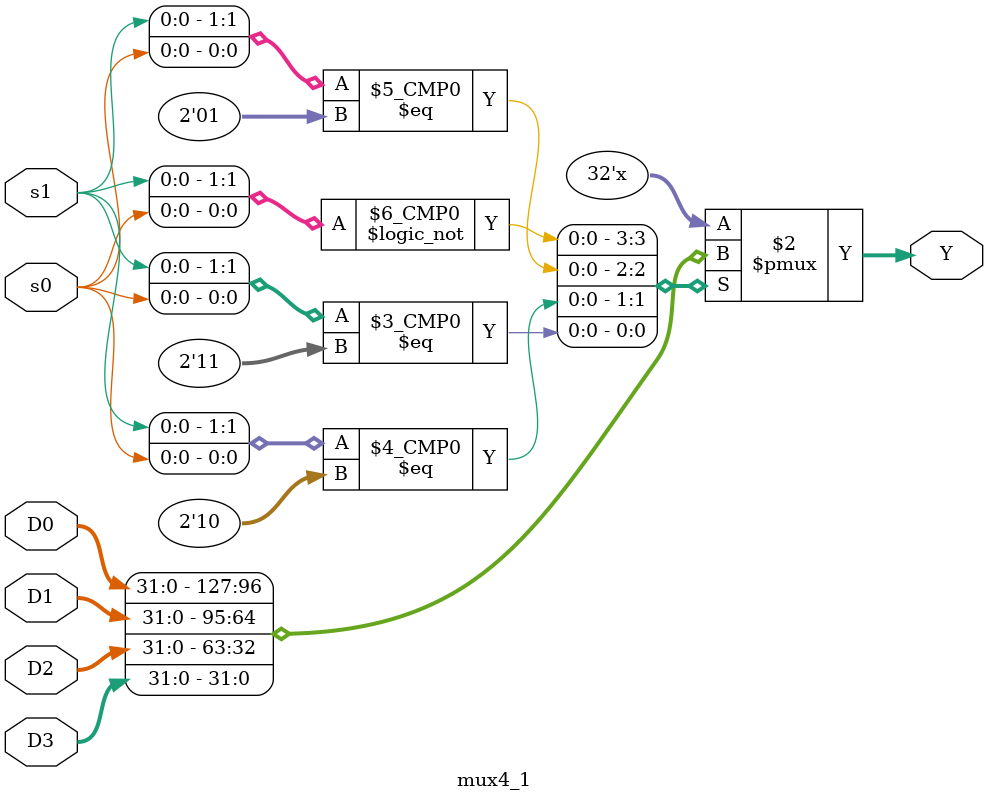
<source format=v>
module mux4_1 ( D0, D1, D2, D3, s0, s1, Y);

parameter width = 32;

input [width-1:0] D0, D1, D2, D3;
input s1, s0;
output reg [width-1:0] Y;


always @( D0 or D1 or D2 or D3 or s1, s1)
begin
	case ({s1, s0})
		2'b00 : Y <= D0;
		2'b01 : Y <= D1;
		2'b10 : Y <= D2;
		2'b11 : Y <= D3;
	endcase
end

endmodule

</source>
